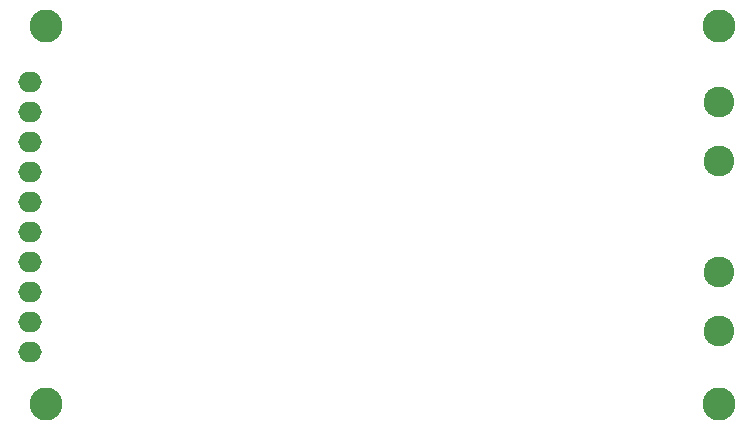
<source format=gbr>
G04 DipTrace 3.1.0.1*
G04 TAS5805Mbis2.BottomMask.gbr*
%MOIN*%
G04 #@! TF.FileFunction,Soldermask,Bot*
G04 #@! TF.Part,Single*
%ADD32C,0.11*%
%ADD48C,0.10252*%
%ADD50O,0.078031X0.068031*%
%FSLAX26Y26*%
G04*
G70*
G90*
G75*
G01*
G04 BotMask*
%LPD*%
D32*
X2794711Y552205D3*
Y1812047D3*
X550617Y552205D3*
Y1812047D3*
D50*
X497467Y1027008D3*
Y927008D3*
Y827008D3*
Y727008D3*
X499436Y1227008D3*
Y1327008D3*
Y1127008D3*
Y1527008D3*
Y1627008D3*
Y1427008D3*
D48*
X2794711Y1362047D3*
Y1558898D3*
Y795118D3*
Y991969D3*
M02*

</source>
